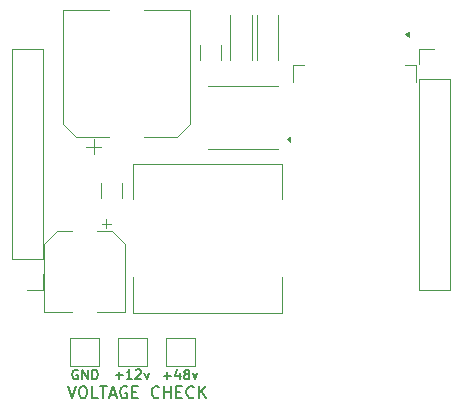
<source format=gbr>
%TF.GenerationSoftware,KiCad,Pcbnew,7.0.11*%
%TF.CreationDate,2025-01-20T01:33:53+09:00*%
%TF.ProjectId,VoltageBooster,566f6c74-6167-4654-926f-6f737465722e,rev?*%
%TF.SameCoordinates,Original*%
%TF.FileFunction,Legend,Top*%
%TF.FilePolarity,Positive*%
%FSLAX46Y46*%
G04 Gerber Fmt 4.6, Leading zero omitted, Abs format (unit mm)*
G04 Created by KiCad (PCBNEW 7.0.11) date 2025-01-20 01:33:53*
%MOMM*%
%LPD*%
G01*
G04 APERTURE LIST*
%ADD10C,0.200000*%
%ADD11C,0.150000*%
%ADD12C,0.120000*%
G04 APERTURE END LIST*
D10*
X138546816Y-117427219D02*
X138880149Y-118427219D01*
X138880149Y-118427219D02*
X139213482Y-117427219D01*
X139737292Y-117427219D02*
X139927768Y-117427219D01*
X139927768Y-117427219D02*
X140023006Y-117474838D01*
X140023006Y-117474838D02*
X140118244Y-117570076D01*
X140118244Y-117570076D02*
X140165863Y-117760552D01*
X140165863Y-117760552D02*
X140165863Y-118093885D01*
X140165863Y-118093885D02*
X140118244Y-118284361D01*
X140118244Y-118284361D02*
X140023006Y-118379600D01*
X140023006Y-118379600D02*
X139927768Y-118427219D01*
X139927768Y-118427219D02*
X139737292Y-118427219D01*
X139737292Y-118427219D02*
X139642054Y-118379600D01*
X139642054Y-118379600D02*
X139546816Y-118284361D01*
X139546816Y-118284361D02*
X139499197Y-118093885D01*
X139499197Y-118093885D02*
X139499197Y-117760552D01*
X139499197Y-117760552D02*
X139546816Y-117570076D01*
X139546816Y-117570076D02*
X139642054Y-117474838D01*
X139642054Y-117474838D02*
X139737292Y-117427219D01*
X141070625Y-118427219D02*
X140594435Y-118427219D01*
X140594435Y-118427219D02*
X140594435Y-117427219D01*
X141261102Y-117427219D02*
X141832530Y-117427219D01*
X141546816Y-118427219D02*
X141546816Y-117427219D01*
X142118245Y-118141504D02*
X142594435Y-118141504D01*
X142023007Y-118427219D02*
X142356340Y-117427219D01*
X142356340Y-117427219D02*
X142689673Y-118427219D01*
X143546816Y-117474838D02*
X143451578Y-117427219D01*
X143451578Y-117427219D02*
X143308721Y-117427219D01*
X143308721Y-117427219D02*
X143165864Y-117474838D01*
X143165864Y-117474838D02*
X143070626Y-117570076D01*
X143070626Y-117570076D02*
X143023007Y-117665314D01*
X143023007Y-117665314D02*
X142975388Y-117855790D01*
X142975388Y-117855790D02*
X142975388Y-117998647D01*
X142975388Y-117998647D02*
X143023007Y-118189123D01*
X143023007Y-118189123D02*
X143070626Y-118284361D01*
X143070626Y-118284361D02*
X143165864Y-118379600D01*
X143165864Y-118379600D02*
X143308721Y-118427219D01*
X143308721Y-118427219D02*
X143403959Y-118427219D01*
X143403959Y-118427219D02*
X143546816Y-118379600D01*
X143546816Y-118379600D02*
X143594435Y-118331980D01*
X143594435Y-118331980D02*
X143594435Y-117998647D01*
X143594435Y-117998647D02*
X143403959Y-117998647D01*
X144023007Y-117903409D02*
X144356340Y-117903409D01*
X144499197Y-118427219D02*
X144023007Y-118427219D01*
X144023007Y-118427219D02*
X144023007Y-117427219D01*
X144023007Y-117427219D02*
X144499197Y-117427219D01*
X146261102Y-118331980D02*
X146213483Y-118379600D01*
X146213483Y-118379600D02*
X146070626Y-118427219D01*
X146070626Y-118427219D02*
X145975388Y-118427219D01*
X145975388Y-118427219D02*
X145832531Y-118379600D01*
X145832531Y-118379600D02*
X145737293Y-118284361D01*
X145737293Y-118284361D02*
X145689674Y-118189123D01*
X145689674Y-118189123D02*
X145642055Y-117998647D01*
X145642055Y-117998647D02*
X145642055Y-117855790D01*
X145642055Y-117855790D02*
X145689674Y-117665314D01*
X145689674Y-117665314D02*
X145737293Y-117570076D01*
X145737293Y-117570076D02*
X145832531Y-117474838D01*
X145832531Y-117474838D02*
X145975388Y-117427219D01*
X145975388Y-117427219D02*
X146070626Y-117427219D01*
X146070626Y-117427219D02*
X146213483Y-117474838D01*
X146213483Y-117474838D02*
X146261102Y-117522457D01*
X146689674Y-118427219D02*
X146689674Y-117427219D01*
X146689674Y-117903409D02*
X147261102Y-117903409D01*
X147261102Y-118427219D02*
X147261102Y-117427219D01*
X147737293Y-117903409D02*
X148070626Y-117903409D01*
X148213483Y-118427219D02*
X147737293Y-118427219D01*
X147737293Y-118427219D02*
X147737293Y-117427219D01*
X147737293Y-117427219D02*
X148213483Y-117427219D01*
X149213483Y-118331980D02*
X149165864Y-118379600D01*
X149165864Y-118379600D02*
X149023007Y-118427219D01*
X149023007Y-118427219D02*
X148927769Y-118427219D01*
X148927769Y-118427219D02*
X148784912Y-118379600D01*
X148784912Y-118379600D02*
X148689674Y-118284361D01*
X148689674Y-118284361D02*
X148642055Y-118189123D01*
X148642055Y-118189123D02*
X148594436Y-117998647D01*
X148594436Y-117998647D02*
X148594436Y-117855790D01*
X148594436Y-117855790D02*
X148642055Y-117665314D01*
X148642055Y-117665314D02*
X148689674Y-117570076D01*
X148689674Y-117570076D02*
X148784912Y-117474838D01*
X148784912Y-117474838D02*
X148927769Y-117427219D01*
X148927769Y-117427219D02*
X149023007Y-117427219D01*
X149023007Y-117427219D02*
X149165864Y-117474838D01*
X149165864Y-117474838D02*
X149213483Y-117522457D01*
X149642055Y-118427219D02*
X149642055Y-117427219D01*
X150213483Y-118427219D02*
X149784912Y-117855790D01*
X150213483Y-117427219D02*
X149642055Y-117998647D01*
D11*
X142589160Y-116499533D02*
X143198684Y-116499533D01*
X142893922Y-116804295D02*
X142893922Y-116194771D01*
X143998683Y-116804295D02*
X143541540Y-116804295D01*
X143770112Y-116804295D02*
X143770112Y-116004295D01*
X143770112Y-116004295D02*
X143693921Y-116118580D01*
X143693921Y-116118580D02*
X143617731Y-116194771D01*
X143617731Y-116194771D02*
X143541540Y-116232866D01*
X144303445Y-116080485D02*
X144341541Y-116042390D01*
X144341541Y-116042390D02*
X144417731Y-116004295D01*
X144417731Y-116004295D02*
X144608207Y-116004295D01*
X144608207Y-116004295D02*
X144684398Y-116042390D01*
X144684398Y-116042390D02*
X144722493Y-116080485D01*
X144722493Y-116080485D02*
X144760588Y-116156676D01*
X144760588Y-116156676D02*
X144760588Y-116232866D01*
X144760588Y-116232866D02*
X144722493Y-116347152D01*
X144722493Y-116347152D02*
X144265350Y-116804295D01*
X144265350Y-116804295D02*
X144760588Y-116804295D01*
X145027255Y-116270961D02*
X145217731Y-116804295D01*
X145217731Y-116804295D02*
X145408208Y-116270961D01*
X146679160Y-116539533D02*
X147288684Y-116539533D01*
X146983922Y-116844295D02*
X146983922Y-116234771D01*
X148012493Y-116310961D02*
X148012493Y-116844295D01*
X147822017Y-116006200D02*
X147631540Y-116577628D01*
X147631540Y-116577628D02*
X148126779Y-116577628D01*
X148545826Y-116387152D02*
X148469636Y-116349057D01*
X148469636Y-116349057D02*
X148431541Y-116310961D01*
X148431541Y-116310961D02*
X148393445Y-116234771D01*
X148393445Y-116234771D02*
X148393445Y-116196676D01*
X148393445Y-116196676D02*
X148431541Y-116120485D01*
X148431541Y-116120485D02*
X148469636Y-116082390D01*
X148469636Y-116082390D02*
X148545826Y-116044295D01*
X148545826Y-116044295D02*
X148698207Y-116044295D01*
X148698207Y-116044295D02*
X148774398Y-116082390D01*
X148774398Y-116082390D02*
X148812493Y-116120485D01*
X148812493Y-116120485D02*
X148850588Y-116196676D01*
X148850588Y-116196676D02*
X148850588Y-116234771D01*
X148850588Y-116234771D02*
X148812493Y-116310961D01*
X148812493Y-116310961D02*
X148774398Y-116349057D01*
X148774398Y-116349057D02*
X148698207Y-116387152D01*
X148698207Y-116387152D02*
X148545826Y-116387152D01*
X148545826Y-116387152D02*
X148469636Y-116425247D01*
X148469636Y-116425247D02*
X148431541Y-116463342D01*
X148431541Y-116463342D02*
X148393445Y-116539533D01*
X148393445Y-116539533D02*
X148393445Y-116691914D01*
X148393445Y-116691914D02*
X148431541Y-116768104D01*
X148431541Y-116768104D02*
X148469636Y-116806200D01*
X148469636Y-116806200D02*
X148545826Y-116844295D01*
X148545826Y-116844295D02*
X148698207Y-116844295D01*
X148698207Y-116844295D02*
X148774398Y-116806200D01*
X148774398Y-116806200D02*
X148812493Y-116768104D01*
X148812493Y-116768104D02*
X148850588Y-116691914D01*
X148850588Y-116691914D02*
X148850588Y-116539533D01*
X148850588Y-116539533D02*
X148812493Y-116463342D01*
X148812493Y-116463342D02*
X148774398Y-116425247D01*
X148774398Y-116425247D02*
X148698207Y-116387152D01*
X149117255Y-116310961D02*
X149307731Y-116844295D01*
X149307731Y-116844295D02*
X149498208Y-116310961D01*
X139388207Y-116072390D02*
X139312017Y-116034295D01*
X139312017Y-116034295D02*
X139197731Y-116034295D01*
X139197731Y-116034295D02*
X139083445Y-116072390D01*
X139083445Y-116072390D02*
X139007255Y-116148580D01*
X139007255Y-116148580D02*
X138969160Y-116224771D01*
X138969160Y-116224771D02*
X138931064Y-116377152D01*
X138931064Y-116377152D02*
X138931064Y-116491438D01*
X138931064Y-116491438D02*
X138969160Y-116643819D01*
X138969160Y-116643819D02*
X139007255Y-116720009D01*
X139007255Y-116720009D02*
X139083445Y-116796200D01*
X139083445Y-116796200D02*
X139197731Y-116834295D01*
X139197731Y-116834295D02*
X139273922Y-116834295D01*
X139273922Y-116834295D02*
X139388207Y-116796200D01*
X139388207Y-116796200D02*
X139426303Y-116758104D01*
X139426303Y-116758104D02*
X139426303Y-116491438D01*
X139426303Y-116491438D02*
X139273922Y-116491438D01*
X139769160Y-116834295D02*
X139769160Y-116034295D01*
X139769160Y-116034295D02*
X140226303Y-116834295D01*
X140226303Y-116834295D02*
X140226303Y-116034295D01*
X140607255Y-116834295D02*
X140607255Y-116034295D01*
X140607255Y-116034295D02*
X140797731Y-116034295D01*
X140797731Y-116034295D02*
X140912017Y-116072390D01*
X140912017Y-116072390D02*
X140988207Y-116148580D01*
X140988207Y-116148580D02*
X141026302Y-116224771D01*
X141026302Y-116224771D02*
X141064398Y-116377152D01*
X141064398Y-116377152D02*
X141064398Y-116491438D01*
X141064398Y-116491438D02*
X141026302Y-116643819D01*
X141026302Y-116643819D02*
X140988207Y-116720009D01*
X140988207Y-116720009D02*
X140912017Y-116796200D01*
X140912017Y-116796200D02*
X140797731Y-116834295D01*
X140797731Y-116834295D02*
X140607255Y-116834295D01*
D12*
%TO.C,C1*%
X141801500Y-103258500D02*
X141801500Y-104046000D01*
X142195250Y-103652250D02*
X141407750Y-103652250D01*
X142299563Y-104286000D02*
X141014000Y-104286000D01*
X142299563Y-104286000D02*
X143364000Y-105350437D01*
X137608437Y-104286000D02*
X138894000Y-104286000D01*
X137608437Y-104286000D02*
X136544000Y-105350437D01*
X143364000Y-105350437D02*
X143364000Y-111106000D01*
X136544000Y-105350437D02*
X136544000Y-111106000D01*
X143364000Y-111106000D02*
X141014000Y-111106000D01*
X136544000Y-111106000D02*
X138894000Y-111106000D01*
%TO.C,REF\u002A\u002A*%
X142818000Y-113354000D02*
X145218000Y-113354000D01*
X142818000Y-115754000D02*
X142818000Y-113354000D01*
X145218000Y-113354000D02*
X145218000Y-115754000D01*
X145218000Y-115754000D02*
X142818000Y-115754000D01*
%TO.C,D1*%
X150380000Y-97300000D02*
X156380000Y-97300000D01*
X150380000Y-91975000D02*
X156380000Y-91975000D01*
X157396827Y-96765000D02*
X157066827Y-96525000D01*
X157396827Y-96285000D01*
X157396827Y-96765000D01*
G36*
X157396827Y-96765000D02*
G01*
X157066827Y-96525000D01*
X157396827Y-96285000D01*
X157396827Y-96765000D01*
G37*
%TO.C,L1*%
X144068000Y-98602000D02*
X156668000Y-98602000D01*
X144068000Y-101602000D02*
X144068000Y-98602000D01*
X144068000Y-111202000D02*
X144068000Y-108202000D01*
X156668000Y-98602000D02*
X156668000Y-101602000D01*
X156668000Y-108202000D02*
X156668000Y-111202000D01*
X156668000Y-111202000D02*
X144068000Y-111202000D01*
%TO.C,R2*%
X156368000Y-85964000D02*
X156368000Y-89804000D01*
X154528000Y-85964000D02*
X154528000Y-89804000D01*
%TO.C,C4*%
X140750000Y-97782000D02*
X140750000Y-96532000D01*
X140125000Y-97157000D02*
X141375000Y-97157000D01*
X139214437Y-96292000D02*
X142000000Y-96292000D01*
X139214437Y-96292000D02*
X138150000Y-95227563D01*
X147805563Y-96292000D02*
X145020000Y-96292000D01*
X147805563Y-96292000D02*
X148870000Y-95227563D01*
X138150000Y-95227563D02*
X138150000Y-85572000D01*
X148870000Y-95227563D02*
X148870000Y-85572000D01*
X138150000Y-85572000D02*
X142000000Y-85572000D01*
X148870000Y-85572000D02*
X145020000Y-85572000D01*
%TO.C,VR1*%
X168014000Y-90195000D02*
X167064000Y-90195000D01*
X157614000Y-90195000D02*
X158564000Y-90195000D01*
X168014000Y-91695000D02*
X168014000Y-90195000D01*
X157614000Y-91695000D02*
X157614000Y-90195000D01*
X167394000Y-87872500D02*
X167064000Y-87632500D01*
X167394000Y-87392500D01*
X167394000Y-87872500D01*
G36*
X167394000Y-87872500D02*
G01*
X167064000Y-87632500D01*
X167394000Y-87392500D01*
X167394000Y-87872500D01*
G37*
%TO.C,J2*%
X136458000Y-109280000D02*
X135128000Y-109280000D01*
X136458000Y-107950000D02*
X136458000Y-109280000D01*
X136458000Y-106680000D02*
X136458000Y-88840000D01*
X136458000Y-106680000D02*
X133798000Y-106680000D01*
X136458000Y-88840000D02*
X133798000Y-88840000D01*
X133798000Y-106680000D02*
X133798000Y-88840000D01*
%TO.C,C3*%
X149702000Y-89783000D02*
X149702000Y-88525000D01*
X151542000Y-89783000D02*
X151542000Y-88525000D01*
%TO.C,REF\u002A\u002A*%
X146882000Y-113354000D02*
X149282000Y-113354000D01*
X146882000Y-115754000D02*
X146882000Y-113354000D01*
X149282000Y-113354000D02*
X149282000Y-115754000D01*
X149282000Y-115754000D02*
X146882000Y-115754000D01*
%TO.C,J1*%
X168240000Y-88840000D02*
X169570000Y-88840000D01*
X168240000Y-90170000D02*
X168240000Y-88840000D01*
X168240000Y-91440000D02*
X168240000Y-109280000D01*
X168240000Y-91440000D02*
X170900000Y-91440000D01*
X168240000Y-109280000D02*
X170900000Y-109280000D01*
X170900000Y-91440000D02*
X170900000Y-109280000D01*
%TO.C,C2*%
X141320000Y-101467000D02*
X141320000Y-100209000D01*
X143160000Y-101467000D02*
X143160000Y-100209000D01*
%TO.C,R1*%
X152318000Y-89809000D02*
X152318000Y-85969000D01*
X154158000Y-89809000D02*
X154158000Y-85969000D01*
%TO.C,REF\u002A\u002A*%
X138754000Y-113354000D02*
X141154000Y-113354000D01*
X138754000Y-115754000D02*
X138754000Y-113354000D01*
X141154000Y-113354000D02*
X141154000Y-115754000D01*
X141154000Y-115754000D02*
X138754000Y-115754000D01*
%TD*%
M02*

</source>
